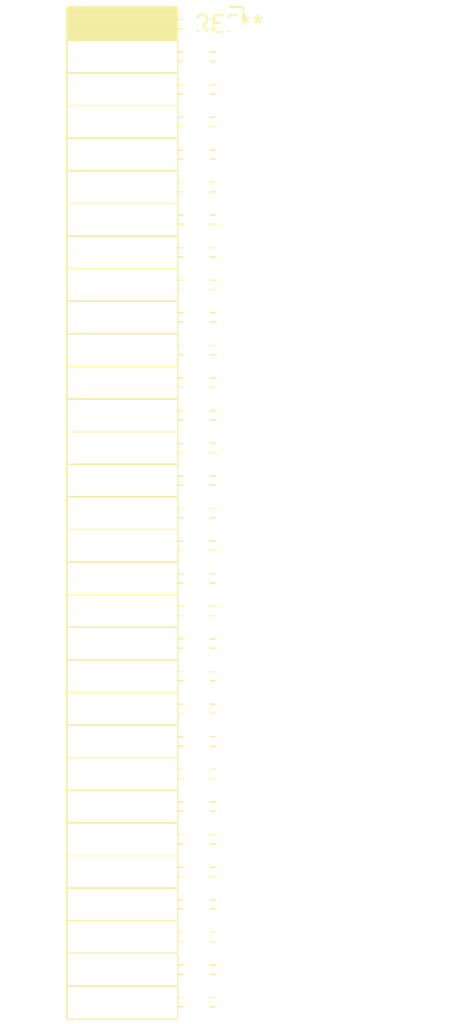
<source format=kicad_pcb>
(kicad_pcb (version 20240108) (generator pcbnew)
  (layers (0 "F.Cu" signal) (31 "B.Cu" signal) (34 "B.Paste" user) (35 "F.Paste" user) (36 "B.SilkS" user "B.Silkscreen") (37 "F.SilkS" user "F.Silkscreen") (38 "B.Mask" user) (39 "F.Mask" user) (44 "Edge.Cuts" user))
  (net 0 "")
  (footprint "PinSocket_2x31_P2.54mm_Horizontal" (layer "F.Cu") (at 0 0)
    (property "Reference" "REF**")
    (property "Value" "PinSocket_2x31_P2.54mm_Horizontal")
    (fp_line (start -12.63 -1.33) (end -12.63 77.53) (layer "F.SilkS") (stroke (width 0.12)))
    (fp_line (start -12.63 -1.33) (end -4 -1.33) (layer "F.SilkS") (stroke (width 0.12)))
    (fp_line (start -12.63 -1.21) (end -4 -1.21) (layer "F.SilkS") (stroke (width 0.12)))
    (fp_line (start -12.63 -1.091905) (end -4 -1.091905) (layer "F.SilkS") (stroke (width 0.12)))
    (fp_line (start -12.63 -0.97381) (end -4 -0.97381) (layer "F.SilkS") (stroke (width 0.12)))
    (fp_line (start -12.63 -0.855715) (end -4 -0.855715) (layer "F.SilkS") (stroke (width 0.12)))
    (fp_line (start -12.63 -0.73762) (end -4 -0.73762) (layer "F.SilkS") (stroke (width 0.12)))
    (fp_line (start -12.63 -0.619525) (end -4 -0.619525) (layer "F.SilkS") (stroke (width 0.12)))
    (fp_line (start -12.63 -0.50143) (end -4 -0.50143) (layer "F.SilkS") (stroke (width 0.12)))
    (fp_line (start -12.63 -0.383335) (end -4 -0.383335) (layer "F.SilkS") (stroke (width 0.12)))
    (fp_line (start -12.63 -0.26524) (end -4 -0.26524) (layer "F.SilkS") (stroke (width 0.12)))
    (fp_line (start -12.63 -0.147145) (end -4 -0.147145) (layer "F.SilkS") (stroke (width 0.12)))
    (fp_line (start -12.63 -0.02905) (end -4 -0.02905) (layer "F.SilkS") (stroke (width 0.12)))
    (fp_line (start -12.63 0.089045) (end -4 0.089045) (layer "F.SilkS") (stroke (width 0.12)))
    (fp_line (start -12.63 0.20714) (end -4 0.20714) (layer "F.SilkS") (stroke (width 0.12)))
    (fp_line (start -12.63 0.325235) (end -4 0.325235) (layer "F.SilkS") (stroke (width 0.12)))
    (fp_line (start -12.63 0.44333) (end -4 0.44333) (layer "F.SilkS") (stroke (width 0.12)))
    (fp_line (start -12.63 0.561425) (end -4 0.561425) (layer "F.SilkS") (stroke (width 0.12)))
    (fp_line (start -12.63 0.67952) (end -4 0.67952) (layer "F.SilkS") (stroke (width 0.12)))
    (fp_line (start -12.63 0.797615) (end -4 0.797615) (layer "F.SilkS") (stroke (width 0.12)))
    (fp_line (start -12.63 0.91571) (end -4 0.91571) (layer "F.SilkS") (stroke (width 0.12)))
    (fp_line (start -12.63 1.033805) (end -4 1.033805) (layer "F.SilkS") (stroke (width 0.12)))
    (fp_line (start -12.63 1.1519) (end -4 1.1519) (layer "F.SilkS") (stroke (width 0.12)))
    (fp_line (start -12.63 1.27) (end -4 1.27) (layer "F.SilkS") (stroke (width 0.12)))
    (fp_line (start -12.63 3.81) (end -4 3.81) (layer "F.SilkS") (stroke (width 0.12)))
    (fp_line (start -12.63 6.35) (end -4 6.35) (layer "F.SilkS") (stroke (width 0.12)))
    (fp_line (start -12.63 8.89) (end -4 8.89) (layer "F.SilkS") (stroke (width 0.12)))
    (fp_line (start -12.63 11.43) (end -4 11.43) (layer "F.SilkS") (stroke (width 0.12)))
    (fp_line (start -12.63 13.97) (end -4 13.97) (layer "F.SilkS") (stroke (width 0.12)))
    (fp_line (start -12.63 16.51) (end -4 16.51) (layer "F.SilkS") (stroke (width 0.12)))
    (fp_line (start -12.63 19.05) (end -4 19.05) (layer "F.SilkS") (stroke (width 0.12)))
    (fp_line (start -12.63 21.59) (end -4 21.59) (layer "F.SilkS") (stroke (width 0.12)))
    (fp_line (start -12.63 24.13) (end -4 24.13) (layer "F.SilkS") (stroke (width 0.12)))
    (fp_line (start -12.63 26.67) (end -4 26.67) (layer "F.SilkS") (stroke (width 0.12)))
    (fp_line (start -12.63 29.21) (end -4 29.21) (layer "F.SilkS") (stroke (width 0.12)))
    (fp_line (start -12.63 31.75) (end -4 31.75) (layer "F.SilkS") (stroke (width 0.12)))
    (fp_line (start -12.63 34.29) (end -4 34.29) (layer "F.SilkS") (stroke (width 0.12)))
    (fp_line (start -12.63 36.83) (end -4 36.83) (layer "F.SilkS") (stroke (width 0.12)))
    (fp_line (start -12.63 39.37) (end -4 39.37) (layer "F.SilkS") (stroke (width 0.12)))
    (fp_line (start -12.63 41.91) (end -4 41.91) (layer "F.SilkS") (stroke (width 0.12)))
    (fp_line (start -12.63 44.45) (end -4 44.45) (layer "F.SilkS") (stroke (width 0.12)))
    (fp_line (start -12.63 46.99) (end -4 46.99) (layer "F.SilkS") (stroke (width 0.12)))
    (fp_line (start -12.63 49.53) (end -4 49.53) (layer "F.SilkS") (stroke (width 0.12)))
    (fp_line (start -12.63 52.07) (end -4 52.07) (layer "F.SilkS") (stroke (width 0.12)))
    (fp_line (start -12.63 54.61) (end -4 54.61) (layer "F.SilkS") (stroke (width 0.12)))
    (fp_line (start -12.63 57.15) (end -4 57.15) (layer "F.SilkS") (stroke (width 0.12)))
    (fp_line (start -12.63 59.69) (end -4 59.69) (layer "F.SilkS") (stroke (width 0.12)))
    (fp_line (start -12.63 62.23) (end -4 62.23) (layer "F.SilkS") (stroke (width 0.12)))
    (fp_line (start -12.63 64.77) (end -4 64.77) (layer "F.SilkS") (stroke (width 0.12)))
    (fp_line (start -12.63 67.31) (end -4 67.31) (layer "F.SilkS") (stroke (width 0.12)))
    (fp_line (start -12.63 69.85) (end -4 69.85) (layer "F.SilkS") (stroke (width 0.12)))
    (fp_line (start -12.63 72.39) (end -4 72.39) (layer "F.SilkS") (stroke (width 0.12)))
    (fp_line (start -12.63 74.93) (end -4 74.93) (layer "F.SilkS") (stroke (width 0.12)))
    (fp_line (start -12.63 77.53) (end -4 77.53) (layer "F.SilkS") (stroke (width 0.12)))
    (fp_line (start -4 -1.33) (end -4 77.53) (layer "F.SilkS") (stroke (width 0.12)))
    (fp_line (start -4 -0.36) (end -3.59 -0.36) (layer "F.SilkS") (stroke (width 0.12)))
    (fp_line (start -4 0.36) (end -3.59 0.36) (layer "F.SilkS") (stroke (width 0.12)))
    (fp_line (start -4 2.18) (end -3.59 2.18) (layer "F.SilkS") (stroke (width 0.12)))
    (fp_line (start -4 2.9) (end -3.59 2.9) (layer "F.SilkS") (stroke (width 0.12)))
    (fp_line (start -4 4.72) (end -3.59 4.72) (layer "F.SilkS") (stroke (width 0.12)))
    (fp_line (start -4 5.44) (end -3.59 5.44) (layer "F.SilkS") (stroke (width 0.12)))
    (fp_line (start -4 7.26) (end -3.59 7.26) (layer "F.SilkS") (stroke (width 0.12)))
    (fp_line (start -4 7.98) (end -3.59 7.98) (layer "F.SilkS") (stroke (width 0.12)))
    (fp_line (start -4 9.8) (end -3.59 9.8) (layer "F.SilkS") (stroke (width 0.12)))
    (fp_line (start -4 10.52) (end -3.59 10.52) (layer "F.SilkS") (stroke (width 0.12)))
    (fp_line (start -4 12.34) (end -3.59 12.34) (layer "F.SilkS") (stroke (width 0.12)))
    (fp_line (start -4 13.06) (end -3.59 13.06) (layer "F.SilkS") (stroke (width 0.12)))
    (fp_line (start -4 14.88) (end -3.59 14.88) (layer "F.SilkS") (stroke (width 0.12)))
    (fp_line (start -4 15.6) (end -3.59 15.6) (layer "F.SilkS") (stroke (width 0.12)))
    (fp_line (start -4 17.42) (end -3.59 17.42) (layer "F.SilkS") (stroke (width 0.12)))
    (fp_line (start -4 18.14) (end -3.59 18.14) (layer "F.SilkS") (stroke (width 0.12)))
    (fp_line (start -4 19.96) (end -3.59 19.96) (layer "F.SilkS") (stroke (width 0.12)))
    (fp_line (start -4 20.68) (end -3.59 20.68) (layer "F.SilkS") (stroke (width 0.12)))
    (fp_line (start -4 22.5) (end -3.59 22.5) (layer "F.SilkS") (stroke (width 0.12)))
    (fp_line (start -4 23.22) (end -3.59 23.22) (layer "F.SilkS") (stroke (width 0.12)))
    (fp_line (start -4 25.04) (end -3.59 25.04) (layer "F.SilkS") (stroke (width 0.12)))
    (fp_line (start -4 25.76) (end -3.59 25.76) (layer "F.SilkS") (stroke (width 0.12)))
    (fp_line (start -4 27.58) (end -3.59 27.58) (layer "F.SilkS") (stroke (width 0.12)))
    (fp_line (start -4 28.3) (end -3.59 28.3) (layer "F.SilkS") (stroke (width 0.12)))
    (fp_line (start -4 30.12) (end -3.59 30.12) (layer "F.SilkS") (stroke (width 0.12)))
    (fp_line (start -4 30.84) (end -3.59 30.84) (layer "F.SilkS") (stroke (width 0.12)))
    (fp_line (start -4 32.66) (end -3.59 32.66) (layer "F.SilkS") (stroke (width 0.12)))
    (fp_line (start -4 33.38) (end -3.59 33.38) (layer "F.SilkS") (stroke (width 0.12)))
    (fp_line (start -4 35.2) (end -3.59 35.2) (layer "F.SilkS") (stroke (width 0.12)))
    (fp_line (start -4 35.92) (end -3.59 35.92) (layer "F.SilkS") (stroke (width 0.12)))
    (fp_line (start -4 37.74) (end -3.59 37.74) (layer "F.SilkS") (stroke (width 0.12)))
    (fp_line (start -4 38.46) (end -3.59 38.46) (layer "F.SilkS") (stroke (width 0.12)))
    (fp_line (start -4 40.28) (end -3.59 40.28) (layer "F.SilkS") (stroke (width 0.12)))
    (fp_line (start -4 41) (end -3.59 41) (layer "F.SilkS") (stroke (width 0.12)))
    (fp_line (start -4 42.82) (end -3.59 42.82) (layer "F.SilkS") (stroke (width 0.12)))
    (fp_line (start -4 43.54) (end -3.59 43.54) (layer "F.SilkS") (stroke (width 0.12)))
    (fp_line (start -4 45.36) (end -3.59 45.36) (layer "F.SilkS") (stroke (width 0.12)))
    (fp_line (start -4 46.08) (end -3.59 46.08) (layer "F.SilkS") (stroke (width 0.12)))
    (fp_line (start -4 47.9) (end -3.59 47.9) (layer "F.SilkS") (stroke (width 0.12)))
    (fp_line (start -4 48.62) (end -3.59 48.62) (layer "F.SilkS") (stroke (width 0.12)))
    (fp_line (start -4 50.44) (end -3.59 50.44) (layer "F.SilkS") (stroke (width 0.12)))
    (fp_line (start -4 51.16) (end -3.59 51.16) (layer "F.SilkS") (stroke (width 0.12)))
    (fp_line (start -4 52.98) (end -3.59 52.98) (layer "F.SilkS") (stroke (width 0.12)))
    (fp_line (start -4 53.7) (end -3.59 53.7) (layer "F.SilkS") (stroke (width 0.12)))
    (fp_line (start -4 55.52) (end -3.59 55.52) (layer "F.SilkS") (stroke (width 0.12)))
    (fp_line (start -4 56.24) (end -3.59 56.24) (layer "F.SilkS") (stroke (width 0.12)))
    (fp_line (start -4 58.06) (end -3.59 58.06) (layer "F.SilkS") (stroke (width 0.12)))
    (fp_line (start -4 58.78) (end -3.59 58.78) (layer "F.SilkS") (stroke (width 0.12)))
    (fp_line (start -4 60.6) (end -3.59 60.6) (layer "F.SilkS") (stroke (width 0.12)))
    (fp_line (start -4 61.32) (end -3.59 61.32) (layer "F.SilkS") (stroke (width 0.12)))
    (fp_line (start -4 63.14) (end -3.59 63.14) (layer "F.SilkS") (stroke (width 0.12)))
    (fp_line (start -4 63.86) (end -3.59 63.86) (layer "F.SilkS") (stroke (width 0.12)))
    (fp_line (start -4 65.68) (end -3.59 65.68) (layer "F.SilkS") (stroke (width 0.12)))
    (fp_line (start -4 66.4) (end -3.59 66.4) (layer "F.SilkS") (stroke (width 0.12)))
    (fp_line (start -4 68.22) (end -3.59 68.22) (layer "F.SilkS") (stroke (width 0.12)))
    (fp_line (start -4 68.94) (end -3.59 68.94) (layer "F.SilkS") (stroke (width 0.12)))
    (fp_line (start -4 70.76) (end -3.59 70.76) (layer "F.SilkS") (stroke (width 0.12)))
    (fp_line (start -4 71.48) (end -3.59 71.48) (layer "F.SilkS") (stroke (width 0.12)))
    (fp_line (start -4 73.3) (end -3.59 73.3) (layer "F.SilkS") (stroke (width 0.12)))
    (fp_line (start -4 74.02) (end -3.59 74.02) (layer "F.SilkS") (stroke (width 0.12)))
    (fp_line (start -4 75.84) (end -3.59 75.84) (layer "F.SilkS") (stroke (width 0.12)))
    (fp_line (start -4 76.56) (end -3.59 76.56) (layer "F.SilkS") (stroke (width 0.12)))
    (fp_line (start -1.49 -0.36) (end -1.11 -0.36) (layer "F.SilkS") (stroke (width 0.12)))
    (fp_line (start -1.49 0.36) (end -1.11 0.36) (layer "F.SilkS") (stroke (width 0.12)))
    (fp_line (start -1.49 2.18) (end -1.05 2.18) (layer "F.SilkS") (stroke (width 0.12)))
    (fp_line (start -1.49 2.9) (end -1.05 2.9) (layer "F.SilkS") (stroke (width 0.12)))
    (fp_line (start -1.49 4.72) (end -1.05 4.72) (layer "F.SilkS") (stroke (width 0.12)))
    (fp_line (start -1.49 5.44) (end -1.05 5.44) (layer "F.SilkS") (stroke (width 0.12)))
    (fp_line (start -1.49 7.26) (end -1.05 7.26) (layer "F.SilkS") (stroke (width 0.12)))
    (fp_line (start -1.49 7.98) (end -1.05 7.98) (layer "F.SilkS") (stroke (width 0.12)))
    (fp_line (start -1.49 9.8) (end -1.05 9.8) (layer "F.SilkS") (stroke (width 0.12)))
    (fp_line (start -1.49 10.52) (end -1.05 10.52) (layer "F.SilkS") (stroke (width 0.12)))
    (fp_line (start -1.49 12.34) (end -1.05 12.34) (layer "F.SilkS") (stroke (width 0.12)))
    (fp_line (start -1.49 13.06) (end -1.05 13.06) (layer "F.SilkS") (stroke (width 0.12)))
    (fp_line (start -1.49 14.88) (end -1.05 14.88) (layer "F.SilkS") (stroke (width 0.12)))
    (fp_line (start -1.49 15.6) (end -1.05 15.6) (layer "F.SilkS") (stroke (width 0.12)))
    (fp_line (start -1.49 17.42) (end -1.05 17.42) (layer "F.SilkS") (stroke (width 0.12)))
    (fp_line (start -1.49 18.14) (end -1.05 18.14) (layer "F.SilkS") (stroke (width 0.12)))
    (fp_line (start -1.49 19.96) (end -1.05 19.96) (layer "F.SilkS") (stroke (width 0.12)))
    (fp_line (start -1.49 20.68) (end -1.05 20.68) (layer "F.SilkS") (stroke (width 0.12)))
    (fp_line (start -1.49 22.5) (end -1.05 22.5) (layer "F.SilkS") (stroke (width 0.12)))
    (fp_line (start -1.49 23.22) (end -1.05 23.22) (layer "F.SilkS") (stroke (width 0.12)))
    (fp_line (start -1.49 25.04) (end -1.05 25.04) (layer "F.SilkS") (stroke (width 0.12)))
    (fp_line (start -1.49 25.76) (end -1.05 25.76) (layer "F.SilkS") (stroke (width 0.12)))
    (fp_line (start -1.49 27.58) (end -1.05 27.58) (layer "F.SilkS") (stroke (width 0.12)))
    (fp_line (start -1.49 28.3) (end -1.05 28.3) (layer "F.SilkS") (stroke (width 0.12)))
    (fp_line (start -1.49 30.12) (end -1.05 30.12) (layer "F.SilkS") (stroke (width 0.12)))
    (fp_line (start -1.49 30.84) (end -1.05 30.84) (layer "F.SilkS") (stroke (width 0.12)))
    (fp_line (start -1.49 32.66) (end -1.05 32.66) (layer "F.SilkS") (stroke (width 0.12)))
    (fp_line (start -1.49 33.38) (end -1.05 33.38) (layer "F.SilkS") (stroke (width 0.12)))
    (fp_line (start -1.49 35.2) (end -1.05 35.2) (layer "F.SilkS") (stroke (width 0.12)))
    (fp_line (start -1.49 35.92) (end -1.05 35.92) (layer "F.SilkS") (stroke (width 0.12)))
    (fp_line (start -1.49 37.74) (end -1.05 37.74) (layer "F.SilkS") (stroke (width 0.12)))
    (fp_line (start -1.49 38.46) (end -1.05 38.46) (layer "F.SilkS") (stroke (width 0.12)))
    (fp_line (start -1.49 40.28) (end -1.05 40.28) (layer "F.SilkS") (stroke (width 0.12)))
    (fp_line (start -1.49 41) (end -1.05 41) (layer "F.SilkS") (stroke (width 0.12)))
    (fp_line (start -1.49 42.82) (end -1.05 42.82) (layer "F.SilkS") (stroke (width 0.12)))
    (fp_line (start -1.49 43.54) (end -1.05 43.54) (layer "F.SilkS") (stroke (width 0.12)))
    (fp_line (start -1.49 45.36) (end -1.05 45.36) (layer "F.SilkS") (stroke (width 0.12)))
    (fp_line (start -1.49 46.08) (end -1.05 46.08) (layer "F.SilkS") (stroke (width 0.12)))
    (fp_line (start -1.49 47.9) (end -1.05 47.9) (layer "F.SilkS") (stroke (width 0.12)))
    (fp_line (start -1.49 48.62) (end -1.05 48.62) (layer "F.SilkS") (stroke (width 0.12)))
    (fp_line (start -1.49 50.44) (end -1.05 50.44) (layer "F.SilkS") (stroke (width 0.12)))
    (fp_line (start -1.49 51.16) (end -1.05 51.16) (layer "F.SilkS") (stroke (width 0.12)))
    (fp_line (start -1.49 52.98) (end -1.05 52.98) (layer "F.SilkS") (stroke (width 0.12)))
    (fp_line (start -1.49 53.7) (end -1.05 53.7) (layer "F.SilkS") (stroke (width 0.12)))
    (fp_line (start -1.49 55.52) (end -1.05 55.52) (layer "F.SilkS") (stroke (width 0.12)))
    (fp_line (start -1.49 56.24) (end -1.05 56.24) (layer "F.SilkS") (stroke (width 0.12)))
    (fp_line (start -1.49 58.06) (end -1.05 58.06) (layer "F.SilkS") (stroke (width 0.12)))
    (fp_line (start -1.49 58.78) (end -1.05 58.78) (layer "F.SilkS") (stroke (width 0.12)))
    (fp_line (start -1.49 60.6) (end -1.05 60.6) (layer "F.SilkS") (stroke (width 0.12)))
    (fp_line (start -1.49 61.32) (end -1.05 61.32) (layer "F.SilkS") (stroke (width 0.12)))
    (fp_line (start -1.49 63.14) (end -1.05 63.14) (layer "F.SilkS") (stroke (width 0.12)))
    (fp_line (start -1.49 63.86) (end -1.05 63.86) (layer "F.SilkS") (stroke (width 0.12)))
    (fp_line (start -1.49 65.68) (end -1.05 65.68) (layer "F.SilkS") (stroke (width 0.12)))
    (fp_line (start -1.49 66.4) (end -1.05 66.4) (layer "F.SilkS") (stroke (width 0.12)))
    (fp_line (start -1.49 68.22) (end -1.05 68.22) (layer "F.SilkS") (stroke (width 0.12)))
    (fp_line (start -1.49 68.94) (end -1.05 68.94) (layer "F.SilkS") (stroke (width 0.12)))
    (fp_line (start -1.49 70.76) (end -1.05 70.76) (layer "F.SilkS") (stroke (width 0.12)))
    (fp_line (start -1.49 71.48) (end -1.05 71.48) (layer "F.SilkS") (stroke (width 0.12)))
    (fp_line (start -1.49 73.3) (end -1.05 73.3) (layer "F.SilkS") (stroke (width 0.12)))
    (fp_line (start -1.49 74.02) (end -1.05 74.02) (layer "F.SilkS") (stroke (width 0.12)))
    (fp_line (start -1.49 75.84) (end -1.05 75.84) (layer "F.SilkS") (stroke (width 0.12)))
    (fp_line (start -1.49 76.56) (end -1.05 76.56) (layer "F.SilkS") (stroke (width 0.12)))
    (fp_line (start 0 -1.33) (end 1.11 -1.33) (layer "F.SilkS") (stroke (width 0.12)))
    (fp_line (start 1.11 -1.33) (end 1.11 0) (layer "F.SilkS") (stroke (width 0.12)))
    (pad "1" thru_hole rect (at 0 0) (size 1.7 1.7) (drill 1) (layers *.Cu *.Mask) (remove_unused_layers))
    (pad "2" thru_hole oval (at -2.54 0) (size 1.7 1.7) (drill 1) (layers *.Cu *.Mask) (remove_unused_layers))
    (pad "3" thru_hole oval (at 0 2.54) (size 1.7 1.7) (drill 1) (layers *.Cu *.Mask) (remove_unused_layers))
    (pad "4" thru_hole oval (at -2.54 2.54) (size 1.7 1.7) (drill 1) (layers *.Cu *.Mask) (remove_unused_layers))
    (pad "5" thru_hole oval (at 0 5.08) (size 1.7 1.7) (drill 1) (layers *.Cu *.Mask) (remove_unused_layers))
    (pad "6" thru_hole oval (at -2.54 5.08) (size 1.7 1.7) (drill 1) (layers *.Cu *.Mask) (remove_unused_layers))
    (pad "7" thru_hole oval (at 0 7.62) (size 1.7 1.7) (drill 1) (layers *.Cu *.Mask) (remove_unused_layers))
    (pad "8" thru_hole oval (at -2.54 7.62) (size 1.7 1.7) (drill 1) (layers *.Cu *.Mask) (remove_unused_layers))
    (pad "9" thru_hole oval (at 0 10.16) (size 1.7 1.7) (drill 1) (layers *.Cu *.Mask) (remove_unused_layers))
    (pad "10" thru_hole oval (at -2.54 10.16) (size 1.7 1.7) (drill 1) (layers *.Cu *.Mask) (remove_unused_layers))
    (pad "11" thru_hole oval (at 0 12.7) (size 1.7 1.7) (drill 1) (layers *.Cu *.Mask) (remove_unused_layers))
    (pad "12" thru_hole oval (at -2.54 12.7) (size 1.7 1.7) (drill 1) (layers *.Cu *.Mask) (remove_unused_layers))
    (pad "13" thru_hole oval (at 0 15.24) (size 1.7 1.7) (drill 1) (layers *.Cu *.Mask) (remove_unused_layers))
    (pad "14" thru_hole oval (at -2.54 15.24) (size 1.7 1.7) (drill 1) (layers *.Cu *.Mask) (remove_unused_layers))
    (pad "15" thru_hole oval (at 0 17.78) (size 1.7 1.7) (drill 1) (layers *.Cu *.Mask) (remove_unused_layers))
    (pad "16" thru_hole oval (at -2.54 17.78) (size 1.7 1.7) (drill 1) (layers *.Cu *.Mask) (remove_unused_layers))
    (pad "17" thru_hole oval (at 0 20.32) (size 1.7 1.7) (drill 1) (layers *.Cu *.Mask) (remove_unused_layers))
    (pad "18" thru_hole oval (at -2.54 20.32) (size 1.7 1.7) (drill 1) (layers *.Cu *.Mask) (remove_unused_layers))
    (pad "19" thru_hole oval (at 0 22.86) (size 1.7 1.7) (drill 1) (layers *.Cu *.Mask) (remove_unused_layers))
    (pad "20" thru_hole oval (at -2.54 22.86) (size 1.7 1.7) (drill 1) (layers *.Cu *.Mask) (remove_unused_layers))
    (pad "21" thru_hole oval (at 0 25.4) (size 1.7 1.7) (drill 1) (layers *.Cu *.Mask) (remove_unused_layers))
    (pad "22" thru_hole oval (at -2.54 25.4) (size 1.7 1.7) (drill 1) (layers *.Cu *.Mask) (remove_unused_layers))
    (pad "23" thru_hole oval (at 0 27.94) (size 1.7 1.7) (drill 1) (layers *.Cu *.Mask) (remove_unused_layers))
    (pad "24" thru_hole oval (at -2.54 27.94) (size 1.7 1.7) (drill 1) (layers *.Cu *.Mask) (remove_unused_layers))
    (pad "25" thru_hole oval (at 0 30.48) (size 1.7 1.7) (drill 1) (layers *.Cu *.Mask) (remove_unused_layers))
    (pad "26" thru_hole oval (at -2.54 30.48) (size 1.7 1.7) (drill 1) (layers *.Cu *.Mask) (remove_unused_layers))
    (pad "27" thru_hole oval (at 0 33.02) (size 1.7 1.7) (drill 1) (layers *.Cu *.Mask) (remove_unused_layers))
    (pad "28" thru_hole oval (at -2.54 33.02) (size 1.7 1.7) (drill 1) (layers *.Cu *.Mask) (remove_unused_layers))
    (pad "29" thru_hole oval (at 0 35.56) (size 1.7 1.7) (drill 1) (layers *.Cu *.Mask) (remove_unused_layers))
    (pad "30" thru_hole oval (at -2.54 35.56) (size 1.7 1.7) (drill 1) (layers *.Cu *.Mask) (remove_unused_layers))
    (pad "31" thru_hole oval (at 0 38.1) (size 1.7 1.7) (drill 1) (layers *.Cu *.Mask) (remove_unused_layers))
    (pad "32" thru_hole oval (at -2.54 38.1) (size 1.7 1.7) (drill 1) (layers *.Cu *.Mask) (remove_unused_layers))
    (pad "33" thru_hole oval (at 0 40.64) (size 1.7 1.7) (drill 1) (layers *.Cu *.Mask) (remove_unused_layers))
    (pad "34" thru_hole oval (at -2.54 40.64) (size 1.7 1.7) (drill 1) (layers *.Cu *.Mask) (remove_unused_layers))
    (pad "35" thru_hole oval (at 0 43.18) (size 1.7 1.7) (drill 1) (layers *.Cu *.Mask) (remove_unused_layers))
    (pad "36" thru_hole oval (at -2.54 43.18) (size 1.7 1.7) (drill 1) (layers *.Cu *.Mask) (remove_unused_layers))
    (pad "37" thru_hole oval (at 0 45.72) (size 1.7 1.7) (drill 1) (layers *.Cu *.Mask) (remove_unused_layers))
    (pad "38" thru_hole oval (at -2.54 45.72) (size 1.7 1.7) (drill 1) (layers *.Cu *.Mask) (remove_unused_layers))
    (pad "39" thru_hole oval (at 0 48.26) (size 1.7 1.7) (drill 1) (layers *.Cu *.Mask) (remove_unused_layers))
    (pad "40" thru_hole oval (at -2.54 48.26) (size 1.7 1.7) (drill 1) (layers *.Cu *.Mask) (remove_unused_layers))
    (pad "41" thru_hole oval (at 0 50.8) (size 1.7 1.7) (drill 1) (layers *.Cu *.Mask) (remove_unused_layers))
    (pad "42" thru_hole oval (at -2.54 50.8) (size 1.7 1.7) (drill 1) (layers *.Cu *.Mask) (remove_unused_layers))
    (pad "43" thru_hole oval (at 0 53.34) (size 1.7 1.7) (drill 1) (layers *.Cu *.Mask) (remove_unused_layers))
    (pad "44" thru_hole oval (at -2.54 53.34) (size 1.7 1.7) (drill 1) (layers *.Cu *.Mask) (remove_unused_layers))
    (pad "45" thru_hole oval (at 0 55.88) (size 1.7 1.7) (drill 1) (layers *.Cu *.Mask) (remove_unused_layers))
    (pad "46" thru_hole oval (at -2.54 55.88) (size 1.7 1.7) (drill 1) (layers *.Cu *.Mask) (remove_unused_layers))
    (pad "47" thru_hole oval (at 0 58.42) (size 1.7 1.7) (drill 1) (layers *.Cu *.Mask) (remove_unused_layers))
    (pad "48" thru_hole oval (at -2.54 58.42) (size 1.7 1.7) (drill 1) (layers *.Cu *.Mask) (remove_unused_layers))
    (pad "49" thru_hole oval (at 0 60.96) (size 1.7 1.7) (drill 1) (layers *.Cu *.Mask) (remove_unused_layers))
    (pad "50" thru_hole oval (at -2.54 60.96) (size 1.7 1.7) (drill 1) (layers *.Cu *.Mask) (remove_unused_layers))
    (pad "51" thru_hole oval (at 0 63.5) (size 1.7 1.7) (drill 1) (layers *.Cu *.Mask) (remove_unused_layers))
    (pad "52" thru_hole oval (at -2.54 63.5) (size 1.7 1.7) (drill 1) (layers *.Cu *.Mask) (remove_unused_layers))
    (pad "53" thru_hole oval (at 0 66.04) (size 1.7 1.7) (drill 1) (layers *.Cu *.Mask) (remove_unused_layers))
    (pad "54" thru_hole oval (at -2.54 66.04) (size 1.7 1.7) (drill 1) (layers *.Cu *.Mask) (remove_unused_layers))
    (pad "55" thru_hole oval (at 0 68.58) (size 1.7 1.7) (drill 1) (layers *.Cu *.Mask) (remove_unused_layers))
    (pad "56" thru_hole oval (at -2.54 68.58) (size 1.7 1.7) (drill 1) (layers *.Cu *.Mask) (remove_unused_layers))
    (pad "57" thru_hole oval (at 0 71.12) (size 1.7 1.7) (drill 1) (layers *.Cu *.Mask) (remove_unused_layers))
    (pad "58" thru_hole oval (at -2.54 71.12) (size 1.7 1.7) (drill 1) (layers *.Cu *.Mask) (remove_unused_layers))
    (pad "59" thru_hole oval (at 0 73.66) (size 1.7 1.7) (drill 1) (layers *.Cu *.Mask) (remove_unused_layers))
    (pad "60" thru_hole oval (at -2.54 73.66) (size 1.7 1.7) (drill 1) (layers *.Cu *.Mask) (remove_unused_layers))
    (pad "61" thru_hole oval (at 0 76.2) (size 1.7 1.7) (drill 1) (layers *.Cu *.Mask) (remove_unused_layers))
    (pad "62" thru_hole oval (at -2.54 76.2) (size 1.7 1.7) (drill 1) (layers *.Cu *.Mask) (remove_unused_layers))
  )
)
</source>
